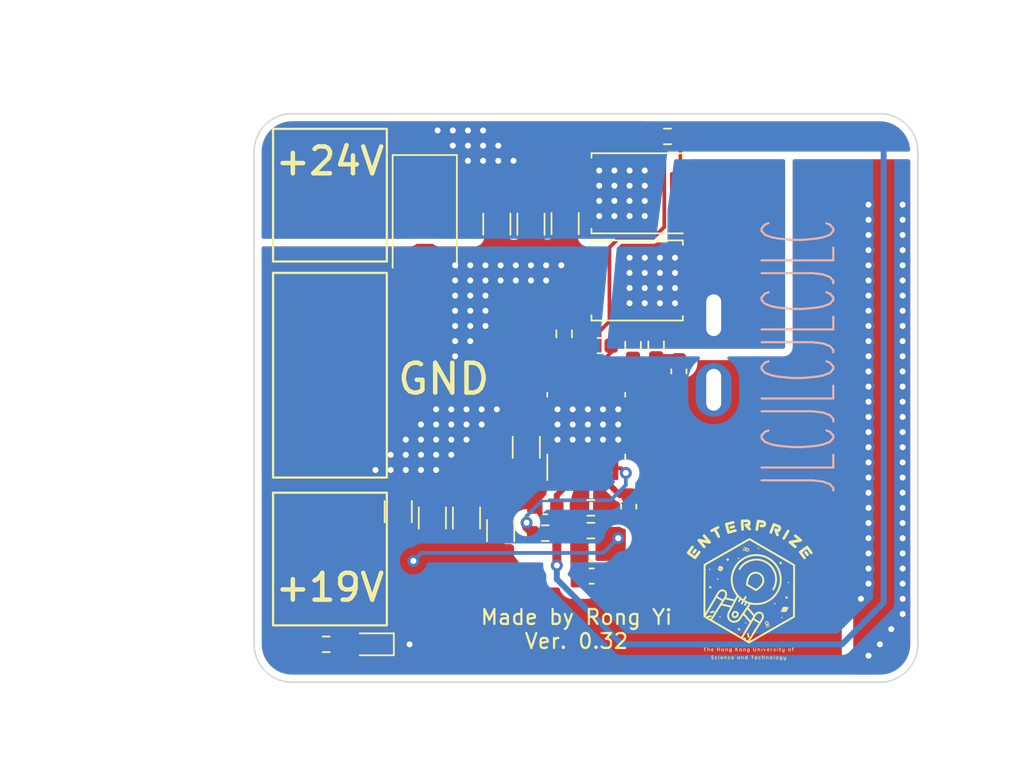
<source format=kicad_pcb>
(kicad_pcb (version 20211014) (generator pcbnew)
  (layers (0 "F.Cu" signal) (31 "B.Cu" signal) (34 "B.Paste" user) (35 "F.Paste" user) (36 "B.SilkS" user "B.Silkscreen") (37 "F.SilkS" user "F.Silkscreen") (38 "B.Mask" user) (39 "F.Mask" user) (44 "Edge.Cuts" user))
  (net 0 "")
  (net 1 "Net-(C2-Pad2)")
  (net 2 "GND")
  (net 3 "Net-(C3-Pad2)")
  (net 4 "/SW")
  (net 5 "+24V")
  (net 6 "/VOUT")
  (net 7 "/HO")
  (net 8 "BST")
  (net 9 "/LO")
  (net 10 "Net-(D3-Pad2)")
  (net 11 "FB")
  (net 12 "Net-(C7-Pad2)")
  (net 13 "Net-(R1-Pad1)")
  (net 14 "ILIM")
  (net 16 "Net-(Q1-Pad4)")
  (net 17 "Net-(Q2-Pad4)")
  (footprint "" (layer "F.Cu") (at 114.808 92.71)
    (fp_text reference "" (at 0 0) (layer "F.SilkS") (effects (font (size 1.27 1.27))))
    (fp_text value "" (at 0 0) (layer "F.SilkS") (effects (font (size 1.27 1.27))))
    (pad "2" smd oval (at 0 0 90) (size 4 6) (layers "F.Cu" "F.Paste" "F.Mask") (net 2 "GND"))
  )
  (footprint "" (layer "F.Cu") (at 114.808 78.232)
    (fp_text reference "" (at 0 0) (layer "F.SilkS") (effects (font (size 1.27 1.27))))
    (fp_text value "" (at 0 0) (layer "F.SilkS") (effects (font (size 1.27 1.27))))
    (pad "1" smd oval (at 0 0 90) (size 4 6) (layers "F.Cu" "F.Paste" "F.Mask") (net 5 "+24V"))
  )
  (footprint "Resistor_SMD:R_0603_1608Metric" (layer "F.Cu") (at 132.2832 99.822)
    (fp_text reference "R7" hide)
    (fp_text value "309k")
    (pad "1" smd roundrect (at -0.825 0) (size 0.8 0.95) (layers "F.Cu" "F.Paste" "F.Mask") (net 11 "FB"))
    (pad "2" smd roundrect (at 0.825 0) (size 0.8 0.95) (layers "F.Cu" "F.Paste" "F.Mask") (net 6 "/VOUT"))
  )
  (footprint "Capacitor_SMD:C_1206_3216Metric" (layer "F.Cu") (at 123.952 98.977 -90)
    (fp_text reference "C12" hide)
    (fp_text value "10u")
    (pad "1" smd roundrect (at -1.475 0 270) (size 1.15 1.8) (layers "F.Cu" "F.Paste" "F.Mask") (roundrect_rratio 0.2173913043) (net 2 "GND"))
    (pad "2" smd roundrect (at 1.475 0 270) (size 1.15 1.8) (layers "F.Cu" "F.Paste" "F.Mask") (roundrect_rratio 0.2173913043) (net 6 "/VOUT"))
  )
  (footprint "" (layer "F.Cu") (at 114.808 85.852)
    (fp_text reference "" (at 0 0) (layer "F.SilkS") (effects (font (size 1.27 1.27))))
    (fp_text value "" (at 0 0) (layer "F.SilkS") (effects (font (size 1.27 1.27))))
    (pad "2" smd oval (at 0 0 90) (size 4 6) (layers "F.Cu" "F.Paste" "F.Mask") (net 2 "GND"))
  )
  (footprint "LOGO" (layer "F.Cu") (at 142.748 103.632)
    (fp_text reference "G***" hide)
    (fp_text value "LOGO" hide)
  )
  (footprint "Capacitor_SMD:C_0603_1608Metric" (layer "F.Cu") (at 138.176 89.154 -90)
    (fp_text reference "C8" hide)
    (fp_text value "390pf")
    (pad "1" smd roundrect (at -0.775 0 270) (size 0.9 0.95) (layers "F.Cu" "F.Paste" "F.Mask") (net 12 "Net-(C7-Pad2)"))
    (pad "2" smd roundrect (at 0.775 0 270) (size 0.9 0.95) (layers "F.Cu" "F.Paste" "F.Mask") (net 6 "/VOUT"))
  )
  (footprint "Package_TO_SOT_SMD:TDSON-8-1" (layer "F.Cu") (at 135.382 77.216 180)
    (fp_text reference "Q1" hide)
    (fp_text value "BSC070N10NS5")
    (pad "1" smd rect (at -2.9 -1.905 180) (size 0.85 0.5) (layers "F.Cu" "F.Paste" "F.Mask") (net 4 "/SW"))
    (pad "2" smd rect (at -2.9 -0.635 180) (size 0.85 0.5) (layers "F.Cu" "F.Paste" "F.Mask") (net 4 "/SW"))
    (pad "3" smd rect (at -2.9 0.635 180) (size 0.85 0.5) (layers "F.Cu" "F.Paste" "F.Mask") (net 4 "/SW"))
    (pad "4" smd rect (at -2.9 1.905 180) (size 0.85 0.5) (layers "F.Cu" "F.Paste" "F.Mask") (net 16 "Net-(Q1-Pad4)"))
    (pad "5" smd rect (at 1.05 0 180) (size 4.55 4.41) (layers "F.Cu") (net 5 "+24V"))
  )
  (footprint "Capacitor_SMD:C_1206_3216Metric" (layer "F.Cu") (at 126.238 99.822 -90)
    (fp_text reference "C9" hide)
    (fp_text value "100u")
    (pad "1" smd roundrect (at -1.475 0 270) (size 1.15 1.8) (layers "F.Cu" "F.Paste" "F.Mask") (roundrect_rratio 0.2173913043) (net 2 "GND"))
    (pad "2" smd roundrect (at 1.475 0 270) (size 1.15 1.8) (layers "F.Cu" "F.Paste" "F.Mask") (roundrect_rratio 0.2173913043) (net 6 "/VOUT"))
  )
  (footprint "LED_SMD:LED_0603_1608Metric" (layer "F.Cu") (at 117.602 107.442 180)
    (fp_text reference "D3" hide)
    (fp_text value "LED")
    (pad "1" smd roundrect (at -0.7875 0 180) (size 0.875 0.95) (layers "F.Cu" "F.Paste" "F.Mask") (net 2 "GND"))
    (pad "2" smd roundrect (at 0.7875 0 180) (size 0.875 0.95) (layers "F.Cu" "F.Paste" "F.Mask") (net 10 "Net-(D3-Pad2)"))
  )
  (footprint "Resistor_SMD:R_0603_1608Metric" (layer "F.Cu") (at 136.652 87.376 -90)
    (fp_text reference "R5" hide)
    (fp_text value "8.06M")
    (pad "1" smd roundrect (at -0.825 0 270) (size 0.8 0.95) (layers "F.Cu" "F.Paste" "F.Mask") (net 4 "/SW"))
    (pad "2" smd roundrect (at 0.825 0 270) (size 0.8 0.95) (layers "F.Cu" "F.Paste" "F.Mask") (net 12 "Net-(C7-Pad2)"))
  )
  (footprint "Resistor_SMD:R_0603_1608Metric" (layer "F.Cu") (at 114.554 107.442)
    (fp_text reference "R9" hide)
    (fp_text value "300k")
    (pad "1" smd roundrect (at -0.825 0) (size 0.8 0.95) (layers "F.Cu" "F.Paste" "F.Mask") (net 6 "/VOUT"))
    (pad "2" smd roundrect (at 0.825 0) (size 0.8 0.95) (layers "F.Cu" "F.Paste" "F.Mask") (net 10 "Net-(D3-Pad2)"))
  )
  (footprint "Capacitor_SMD:C_1206_3216Metric_Pad1.33x1.80mm_HandSolder" (layer "F.Cu") (at 127.958 94.234 -90)
    (fp_text reference "C3" hide)
    (fp_text value "2.2u")
    (pad "1" smd roundrect (at -1.5625 0 270) (size 1.325 1.8) (layers "F.Cu" "F.Paste" "F.Mask") (roundrect_rratio 0.1886792453) (net 2 "GND"))
    (pad "2" smd roundrect (at 1.5625 0 270) (size 1.325 1.8) (layers "F.Cu" "F.Paste" "F.Mask") (roundrect_rratio 0.1886792453) (net 3 "Net-(C3-Pad2)"))
  )
  (footprint "Capacitor_SMD:C_0603_1608Metric" (layer "F.Cu") (at 132.334 102.87)
    (fp_text reference "C7" hide)
    (fp_text value "3.9nf")
    (pad "1" smd roundrect (at -0.775 0) (size 0.9 0.95) (layers "F.Cu" "F.Paste" "F.Mask") (net 11 "FB"))
    (pad "2" smd roundrect (at 0.775 0) (size 0.9 0.95) (layers "F.Cu" "F.Paste" "F.Mask") (net 12 "Net-(C7-Pad2)"))
  )
  (footprint "Resistor_SMD:R_0603_1608Metric" (layer "F.Cu") (at 129.228 99.993)
    (fp_text reference "R1" hide)
    (fp_text value "909k")
    (pad "1" smd roundrect (at -0.825 0) (size 0.8 0.95) (layers "F.Cu" "F.Paste" "F.Mask") (net 13 "Net-(R1-Pad1)"))
    (pad "2" smd roundrect (at 0.825 0) (size 0.8 0.95) (layers "F.Cu" "F.Paste" "F.Mask") (net 5 "+24V"))
  )
  (footprint "" (layer "F.Cu") (at 114.808 99.822)
    (fp_text reference "" (at 0 0) (layer "F.SilkS") (effects (font (size 1.27 1.27))))
    (fp_text value "" (at 0 0) (layer "F.SilkS") (effects (font (size 1.27 1.27))))
    (pad "1" smd oval (at 0 0 90) (size 4 6) (layers "F.Cu" "F.Paste" "F.Mask") (net 6 "/VOUT"))
  )
  (footprint "Resistor_SMD:R_0603_1608Metric" (layer "F.Cu") (at 135.106 87.403 90)
    (fp_text reference "R2" hide)
    (fp_text value "2.1k")
    (pad "1" smd roundrect (at -0.825 0 90) (size 0.8 0.95) (layers "F.Cu" "F.Paste" "F.Mask") (net 14 "ILIM"))
    (pad "2" smd roundrect (at 0.825 0 90) (size 0.8 0.95) (layers "F.Cu" "F.Paste" "F.Mask") (net 4 "/SW"))
  )
  (footprint "Capacitor_SMD:C_1206_3216Metric_Pad1.33x1.80mm_HandSolder" (layer "F.Cu") (at 125.984 79.2865 -90)
    (fp_text reference "C6" hide)
    (fp_text value "22u")
    (pad "1" smd roundrect (at -1.5625 0 270) (size 1.325 1.8) (layers "F.Cu" "F.Paste" "F.Mask") (roundrect_rratio 0.1886792453) (net 5 "+24V"))
    (pad "2" smd roundrect (at 1.5625 0 270) (size 1.325 1.8) (layers "F.Cu" "F.Paste" "F.Mask") (roundrect_rratio 0.1886792453) (net 2 "GND"))
  )
  (footprint "Resistor_SMD:R_0603_1608Metric" (layer "F.Cu") (at 137.414 73.406)
    (fp_text reference "R4" hide)
    (fp_text value "4.7r")
    (pad "1" smd roundrect (at -0.825 0) (size 0.8 0.95) (layers "F.Cu" "F.Paste" "F.Mask") (net 7 "/HO"))
    (pad "2" smd roundrect (at 0.825 0) (size 0.8 0.95) (layers "F.Cu" "F.Paste" "F.Mask") (net 16 "Net-(Q1-Pad4)"))
  )
  (footprint "Capacitor_SMD:C_1206_3216Metric" (layer "F.Cu") (at 121.666 98.977 -90)
    (fp_text reference "C11" hide)
    (fp_text value "10u")
    (pad "1" smd roundrect (at -1.475 0 270) (size 1.15 1.8) (layers "F.Cu" "F.Paste" "F.Mask") (roundrect_rratio 0.2173913043) (net 2 "GND"))
    (pad "2" smd roundrect (at 1.475 0 270) (size 1.15 1.8) (layers "F.Cu" "F.Paste" "F.Mask") (roundrect_rratio 0.2173913043) (net 6 "/VOUT"))
  )
  (footprint "Capacitor_SMD:C_1206_3216Metric_Pad1.33x1.80mm_HandSolder" (layer "F.Cu") (at 130.556 79.248 -90)
    (fp_text reference "C13" hide)
    (fp_text value "22u")
    (pad "1" smd roundrect (at -1.5625 0 270) (size 1.325 1.8) (layers "F.Cu" "F.Paste" "F.Mask") (roundrect_rratio 0.1886792453) (net 5 "+24V"))
    (pad "2" smd roundrect (at 1.5625 0 270) (size 1.325 1.8) (layers "F.Cu" "F.Paste" "F.Mask") (roundrect_rratio 0.1886792453) (net 2 "GND"))
  )
  (footprint "Resistor_SMD:R_0603_1608Metric" (layer "F.Cu") (at 132.276 98.298 180)
    (fp_text reference "R8" hide)
    (fp_text value "10k")
    (pad "1" smd roundrect (at -0.825 0 180) (size 0.8 0.95) (layers "F.Cu" "F.Paste" "F.Mask") (net 2 "GND"))
    (pad "2" smd roundrect (at 0.825 0 180) (size 0.8 0.95) (layers "F.Cu" "F.Paste" "F.Mask") (net 11 "FB"))
  )
  (footprint "Capacitor_SMD:C_1206_3216Metric" (layer "F.Cu") (at 119.38 98.552 -90)
    (fp_text reference "C10" hide)
    (fp_text value "100u")
    (pad "1" smd roundrect (at -1.475 0 270) (size 1.15 1.8) (layers "F.Cu" "F.Paste" "F.Mask") (roundrect_rratio 0.2173913043) (net 2 "GND"))
    (pad "2" smd roundrect (at 1.475 0 270) (size 1.15 1.8) (layers "F.Cu" "F.Paste" "F.Mask") (roundrect_rratio 0.2173913043) (net 6 "/VOUT"))
  )
  (footprint "Package_SO:HTSSOP-14-1EP_4.4x5mm_P0.65mm_EP3.4x5mm_Mask3x3.1mm" (layer "F.Cu") (at 131.973 92.783 90)
    (fp_text reference "U1" hide)
    (fp_text value "LM3150MH")
    (pad "1" smd roundrect (at -2.8625 -1.95 90) (size 1.575 0.4) (layers "F.Cu" "F.Paste" "F.Mask") (net 3 "Net-(C3-Pad2)"))
    (pad "2" smd roundrect (at -2.8625 -1.3 90) (size 1.575 0.4) (layers "F.Cu" "F.Paste" "F.Mask") (net 5 "+24V"))
    (pad "3" smd roundrect (at -2.8625 -0.65 90) (size 1.575 0.4) (layers "F.Cu" "F.Paste" "F.Mask"))
    (pad "4" smd roundrect (at -2.8625 0 90) (size 1.575 0.4) (layers "F.Cu" "F.Paste" "F.Mask") (net 11 "FB"))
    (pad "5" smd roundrect (at -2.8625 0.65 90) (size 1.575 0.4) (layers "F.Cu" "F.Paste" "F.Mask") (net 2 "GND"))
    (pad "6" smd roundrect (at -2.8625 1.3 90) (size 1.575 0.4) (layers "F.Cu" "F.Paste" "F.Mask") (net 1 "Net-(C2-Pad2)"))
    (pad "7" smd roundrect (at -2.8625 1.95 90) (size 1.575 0.4) (layers "F.Cu" "F.Paste" "F.Mask") (net 13 "Net-(R1-Pad1)"))
    (pad "8" smd roundrect (at 2.8625 1.95 90) (size 1.575 0.4) (layers "F.Cu" "F.Paste" "F.Mask") (net 14 "ILIM"))
    (pad "9" smd roundrect (at 2.8625 1.3 90) (size 1.575 0.4) (layers "F.Cu" "F.Paste" "F.Mask") (net 2 "GND"))
    (pad "10" smd roundrect (at 2.8625 0.65 90) (size 1.575 0.4) (layers "F.Cu" "F.Paste" "F.Mask") (net 4 "/SW"))
    (pad "11" smd roundrect (at 2.8625 0 90) (size 1.575 0.4) (layers "F.Cu" "F.Paste" "F.Mask") (net 7 "/HO"))
    (pad "12" smd roundrect (at 2.8625 -0.65 90) (size 1.575 0.4) (layers "F.Cu" "F.Paste" "F.Mask") (net 8 "BST"))
    (pad "13" smd roundrect (at 2.8625 -1.3 90) (size 1.575 0.4) (layers "F.Cu" "F.Paste" "F.Mask") (net 9 "/LO"))
    (pad "14" smd roundrect (at 2.8625 -1.95 90) (size 1.575 0.4) (layers "F.Cu" "F.Paste" "F.Mask") (net 2 "GND"))
    (pad "15" smd rect (at 0 0 90) (size 3.4 5) (layers "F.Cu") (net 2 "GND"))
  )
  (footprint "Diode_SMD:D_SMA-SMB_Universal_Handsoldering" (layer "F.Cu") (at 121.158 79.502 -90)
    (fp_text reference "D2" hide)
    (fp_text value "SM6T30A")
    (pad "1" smd trapezoid (at -2.9 0 270) (size 3.6 1.7) (rect_delta 0.6 0) (layers "F.Cu" "F.Paste" "F.Mask") (net 5 "+24V"))
    (pad "2" smd trapezoid (at 2.9 0 90) (size 3.6 1.7) (rect_delta 0.6 0) (layers "F.Cu" "F.Paste" "F.Mask") (net 2 "GND"))
  )
  (footprint "Capacitor_SMD:C_0603_1608Metric" (layer "F.Cu") (at 132.2832 101.346)
    (fp_text reference "C14" hide)
    (fp_text value "DNF")
    (pad "1" smd roundrect (at -0.775 0) (size 0.9 0.95) (layers "F.Cu" "F.Paste" "F.Mask") (net 11 "FB"))
    (pad "2" smd roundrect (at 0.775 0) (size 0.9 0.95) (layers "F.Cu" "F.Paste" "F.Mask") (net 6 "/VOUT"))
  )
  (footprint "Capacitor_SMD:C_1206_3216Metric_Pad1.33x1.80mm_HandSolder" (layer "F.Cu") (at 128.27 79.2865 -90)
    (fp_text reference "C4" hide)
    (fp_text value "22u")
    (pad "1" smd roundrect (at -1.5625 0 270) (size 1.325 1.8) (layers "F.Cu" "F.Paste" "F.Mask") (roundrect_rratio 0.1886792453) (net 5 "+24V"))
    (pad "2" smd roundrect (at 1.5625 0 270) (size 1.325 1.8) (layers "F.Cu" "F.Paste" "F.Mask") (roundrect_rratio 0.1886792453) (net 2 "GND"))
  )
  (footprint "Package_TO_SOT_SMD:TDSON-8-1" (layer "F.Cu") (at 135.382 83.058)
    (fp_text reference "Q2" hide)
    (fp_text value "BSC070N10NS5")
    (pad "1" smd rect (at -2.9 -1.905) (size 0.85 0.5) (layers "F.Cu" "F.Paste" "F.Mask") (net 2 "GND"))
    (pad "2" smd rect (at -2.9 -0.635) (size 0.85 0.5) (layers "F.Cu" "F.Paste" "F.Mask") (net 2 "GND"))
    (pad "3" smd rect (at -2.9 0.635) (size 0.85 0.5) (layers "F.Cu" "F.Paste" "F.Mask") (net 2 "GND"))
    (pad "4" smd rect (at -2.9 1.905) (size 0.85 0.5) (layers "F.Cu" "F.Paste" "F.Mask") (net 17 "Net-(Q2-Pad4)"))
    (pad "5" smd rect (at 1.05 0) (size 4.55 4.41) (layers "F.Cu") (net 4 "/SW"))
  )
  (footprint "Capacitor_SMD:C_0603_1608Metric" (layer "F.Cu") (at 129.228 98.215 180)
    (fp_text reference "C1" hide)
    (fp_text value "100n")
    (pad "1" smd roundrect (at -0.775 0 180) (size 0.9 0.95) (layers "F.Cu" "F.Paste" "F.Mask") (net 5 "+24V"))
    (pad "2" smd roundrect (at 0.775 0 180) (size 0.9 0.95) (layers "F.Cu" "F.Paste" "F.Mask") (net 2 "GND"))
  )
  (footprint "Capacitor_SMD:C_0603_1608Metric" (layer "F.Cu") (at 132.8674 87.4268 180)
    (fp_text reference "C5" hide)
    (fp_text value "470n")
    (pad "1" smd roundrect (at -0.775 0 180) (size 0.9 0.95) (layers "F.Cu" "F.Paste" "F.Mask") (net 4 "/SW"))
    (pad "2" smd roundrect (at 0.775 0 180) (size 0.9 0.95) (layers "F.Cu" "F.Paste" "F.Mask") (net 8 "BST"))
  )
  (footprint "Capacitor_SMD:C_0603_1608Metric" (layer "F.Cu") (at 134.816 98.215 90)
    (fp_text reference "C2" hide)
    (fp_text value "15n")
    (pad "1" smd roundrect (at -0.775 0 90) (size 0.9 0.95) (layers "F.Cu" "F.Paste" "F.Mask") (net 2 "GND"))
    (pad "2" smd roundrect (at 0.775 0 90) (size 0.9 0.95) (layers "F.Cu" "F.Paste" "F.Mask") (net 1 "Net-(C2-Pad2)"))
  )
  (footprint "Resistor_SMD:R_0603_1608Metric" (layer "F.Cu") (at 130.491883 86.638365 90)
    (fp_text reference "R3" hide)
    (fp_text value "4.7r")
    (pad "1" smd roundrect (at -0.825 0 90) (size 0.8 0.95) (layers "F.Cu" "F.Paste" "F.Mask") (net 9 "/LO"))
    (pad "2" smd roundrect (at 0.825 0 90) (size 0.8 0.95) (layers "F.Cu" "F.Paste" "F.Mask") (net 17 "Net-(Q2-Pad4)"))
  )
  (footprint "LOGO" (layer "B.Cu") (at 142.748 103.632 180)
    (fp_text reference "G***" hide)
    (fp_text value "LOGO" hide)
  )
  (footprint "0_RM2023:Inductor_RM6" (layer "B.Cu") (at 146.558 87.884 90)
    (fp_text reference "L1" hide)
    (fp_text value "10uh")
    (pad "1" thru_hole oval (at -2.5 -6.05 90) (size 3.6 2.4) (drill oval 2.8 1) (layers *.Cu *.Mask) (net 6 "/VOUT"))
    (pad "2" thru_hole oval (at 2.5 -6.05 90) (size 3.6 2.4) (drill oval 2.8 1) (layers *.Cu *.Mask) (net 4 "/SW"))
  )
  (gr_rect (start 110.998 97.282) (end 118.618 106.172) (layer "F.SilkS") (width 0.15) (fill none))
  (gr_rect (start 110.998 81.788) (end 118.618 72.898) (layer "F.SilkS") (width 0.15) (fill none))
  (gr_rect (start 110.998 82.55) (end 118.618 96.266) (layer "F.SilkS") (width 0.15) (fill none))
  (gr_arc (start 154.178 107.442) (mid 153.434051 109.238051) (end 151.638 109.982) (layer "Edge.Cuts") (width 0.1))
  (gr_line (start 109.728 107.442) (end 109.728 74.422) (layer "Edge.Cuts") (width 0.1))
  (gr_arc (start 151.638 71.882) (mid 153.434051 72.625949) (end 154.178 74.422) (layer "Edge.Cuts") (width 0.1))
  (gr_arc (start 112.268 109.982) (mid 110.471949 109.238051) (end 109.728 107.442) (layer "Edge.Cuts") (width 0.1))
  (gr_line (start 112.268 71.882) (end 151.638 71.882) (layer "Edge.Cuts") (width 0.1))
  (gr_line (start 151.638 109.982) (end 112.268 109.982) (layer "Edge.Cuts") (width 0.1))
  (gr_arc (start 109.728 74.422) (mid 110.471949 72.625949) (end 112.268 71.882) (layer "Edge.Cuts") (width 0.1))
  (gr_line (start 154.178 74.422) (end 154.178 107.442) (layer "Edge.Cuts") (width 0.1))
  (gr_text "JLCJLCJLCJLC" (at 146.304 88.138 90) (layer "B.SilkS") (effects (font (size 4.8 1.8))))
  (gr_text "+24V" (at 114.808 75.057) (layer "F.SilkS") (effects (font (size 1.8 1.8) (thickness 0.3))))
  (gr_text "+19V" (at 114.808 103.632) (layer "F.SilkS") (effects (font (size 1.8 1.8) (thickness 0.3))))
  (gr_text "GND" (at 122.428 89.662) (layer "F.SilkS") (effects (font (size 2 2) (thickness 0.3))))
  (gr_text "Made by Rong Yi\nVer. 0.32" (at 131.318 106.426) (layer "F.SilkS") (effects (font (size 1 1))))
  (segment (start 133.273 96.490107) (end 133.273 95.6455) (width 0.4) (layer "F.Cu") (net 1))
  (segment (start 134.222893 97.44) (end 133.273 96.490107) (width 0.4) (layer "F.Cu") (net 1))
  (segment (start 134.816 97.44) (end 134.222893 97.44) (width 0.4) (layer "F.Cu") (net 1))
  (segment (start 132.623 95.6455) (end 132.623 93.433) (width 0.25) (layer "F.Cu") (net 2))
  (segment (start 130.023 90.833) (end 131.973 92.783) (width 0.2032) (layer "F.Cu") (net 2))
  (segment (start 133.273 89.9205) (end 133.273 91.483) (width 0.25) (layer "F.Cu") (net 2))
  (segment (start 130.023 89.9205) (end 130.023 90.833) (width 0.2032) (layer "F.Cu") (net 2))
  (via (at 150.876 96.266) (size 0.8) (drill 0.4) (layers "F.Cu" "B.Cu") (net 2))
  (via (at 120.904 95.758) (size 0.8) (drill 0.4) (layers "F.Cu" "B.Cu") (net 2))
  (via (at 120.904 92.71) (size 0.8) (drill 0.4) (layers "F.Cu" "B.Cu") (net 2))
  (via (at 121.92 91.694) (size 0.8) (drill 0.4) (layers "F.Cu" "B.Cu") (net 2))
  (via (at 123.19 86.106) (size 0.8) (drill 0.4) (layers "F.Cu" "B.Cu") (net 2))
  (via (at 152.4 106.426) (size 0.8) (drill 0.4) (layers "F.Cu" "B.Cu") (net 2))
  (via (at 134.112 93.726) (size 0.8) (drill 0.4) (layers "F.Cu" "B.Cu") (net 2))
  (via (at 123.19 84.074) (size 0.8) (drill 0.4) (layers "F.Cu" "B.Cu") (net 2))
  (via (at 153.162 104.394) (size 0.8) (drill 0.4) (layers "F.Cu" "B.Cu") (net 2))
  (via (at 153.162 90.17) (size 0.8) (drill 0.4) (layers "F.Cu" "B.Cu") (net 2))
  (via (at 122.936 93.726) (size 0.8) (drill 0.4) (layers "F.Cu" "B.Cu") (net 2))
  (via (at 127.254 82.042) (size 0.8) (drill 0.4) (layers "F.Cu" "B.Cu") (net 2))
  (via (at 134.112 92.71) (size 0.8) (drill 0.4) (layers "F.Cu" "B.Cu") (net 2))
  (via (at 130.048 93.726) (size 0.8) (drill 0.4) (layers "F.Cu" "B.Cu") (net 2))
  (via (at 123.19 88.138) (size 0.8) (drill 0.4) (layers "F.Cu" "B.Cu") (net 2))
  (via (at 125.222 85.09) (size 0.8) (drill 0.4) (layers "F.Cu" "B.Cu") (net 2))
  (via (at 153.162 92.202) (size 0.8) (drill 0.4) (layers "F.Cu" "B.Cu") (net 2))
  (via (at 153.162 77.978) (size 0.8) (drill 0.4) (layers "F.Cu" "B.Cu") (net 2))
  (via (at 150.876 91.186) (size 0.8) (drill 0.4) (layers "F.Cu" "B.Cu") (net 2))
  (via (at 124.968 91.694) (size 0.8) (drill 0.4) (layers "F.Cu" "B.Cu") (net 2))
  (via (at 151.638 107.442) (size 0.8) (drill 0.4) (layers "F.Cu" "B.Cu") (net 2))
  (via (at 133.096 93.726) (size 0.8) (drill 0.4) (layers "F.Cu" "B.Cu") (net 2))
  (via (at 123.19 87.122) (size 0.8) (drill 0.4) (layers "F.Cu" "B.Cu") (net 2))
  (via (at 153.162 105.41) (size 0.8) (drill 0.4) (layers "F.Cu" "B.Cu") (net 2))
  (via (at 150.876 88.138) (size 0.8) (drill 0.4) (layers "F.Cu" "B.Cu") (net 2))
  (via (at 150.876 77.978) (size 0.8) (drill 0.4) (layers "F.Cu" "B.Cu") (net 2))
  (via (at 120.142 107.442) (size 0.8) (drill 0.4) (layers "F.Cu" "B.Cu") (net 2))
  (via (at 121.92 94.742) (size 0.8) (drill 0.4) (layers "F.Cu" "B.Cu") (net 2))
  (via (at 123.952 92.71) (size 0.8) (drill 0.4) (layers "F.Cu" "B.Cu") (net 2))
  (via (at 122.936 92.71) (size 0.8) (drill 0.4) (layers "F.Cu" "B.Cu") (net 2))
  (via (at 123.952 91.694) (size 0.8) (drill 0.4) (layers "F.Cu" "B.Cu") (net 2))
  (via (at 122.936 94.742) (size 0.8) (drill 0.4) (layers "F.Cu" "B.Cu") (net 2))
  (via (at 153.162 97.282) (size 0.8) (drill 0.4) (layers "F.Cu" "B.Cu") (net 2))
  (via (at 121.92 92.71) (size 0.8) (drill 0.4) (layers "F.Cu" "B.Cu") (net 2))
  (via (at 150.876 103.378) (size 0.8) (drill 0.4) (layers "F.Cu" "B.Cu") (net 2))
  (via (at 123.19 85.09) (size 0.8) (drill 0.4) (layers "F.Cu" "B.Cu") (net 2))
  (via (at 127.254 83.058) (size 0.8) (drill 0.4) (layers "F.Cu" "B.Cu") (net 2))
  (via (at 153.162 82.042) (size 0.8) (drill 0.4) (layers "F.Cu" "B.Cu") (net 2))
  (via (at 153.162 101.346) (size 0.8) (drill 0.4) (layers "F.Cu" "B.Cu") (net 2))
  (via (at 122.936 91.694) (size 0.8) (drill 0.4) (layers "F.Cu" "B.Cu") (net 2))
  (via (at 153.162 103.378) (size 0.8) (drill 0.4) (layers "F.Cu" "B.Cu") (net 2))
  (via (at 133.096 92.71) (size 0.8) (drill 0.4) (layers "F.Cu" "B.Cu") (net 2))
  (via (at 123.19 82.042) (size 0.8) (drill 0.4) (layers "F.Cu" "B.Cu") (net 2))
  (via (at 150.876 100.33) (size 0.8) (drill 0.4) (layers "F.Cu" "B.Cu") (net 2))
  (via (at 150.876 84.074) (size 0.8) (drill 0.4) (layers "F.Cu" "B.Cu") (net 2))
  (via (at 153.162 78.994) (size 0.8) (drill 0.4) (layers "F.Cu" "B.Cu") (net 2))
  (via (at 150.876 87.122) (size 0.8) (drill 0.4) (layers "F.Cu" "B.Cu") (net 2))
  (via (at 153.162 95.25) (size 0.8) (drill 0.4) (layers "F.Cu" "B.Cu") (net 2))
  (via (at 124.206 83.058) (size 0.8) (drill 0.4) (layers "F.Cu" "B.Cu") (net 2))
  (via (at 150.876 99.314) (size 0.8) (drill 0.4) (layers "F.Cu" "B.Cu") (net 2))
  (via (at 153.162 96.266) (size 0.8) (drill 0.4) (layers "F.Cu" "B.Cu") (net 2))
  (via (at 150.876 86.106) (size 0.8) (drill 0.4) (layers "F.Cu" "B.Cu") (net 2))
  (via (at 124.206 87.122) (size 0.8) (drill 0.4) (layers "F.Cu" "B.Cu") (net 2))
  (via (at 133.096 91.694) (size 0.8) (drill 0.4) (layers "F.Cu" "B.Cu") (net 2))
  (via (at 128.27 82.042) (size 0.8) (drill 0.4) (layers "F.Cu" "B.Cu") (net 2))
  (via (at 150.876 82.042) (size 0.8) (drill 0.4) (layers "F.Cu" "B.Cu") (net 2))
  (via (at 118.872 94.742) (size 0.8) (drill 0.4) (layers "F.Cu" "B.Cu") (net 2))
  (via (at 150.876 90.17) (size 0.8) (drill 0.4) (layers "F.Cu" "B.Cu") (net 2))
  (via (at 121.92 95.758) (size 0.8) (drill 0.4) (layers "F.Cu" "B.Cu") (net 2))
  (via (at 130.302 82.042) (size 0.8) (drill 0.4) (layers "F.Cu" "B.Cu") (net 2))
  (via (at 125.222 84.074) (size 0.8) (drill 0.4) (layers "F.Cu" "B.Cu") (net 2))
  (via (at 150.876 101.346) (size 0.8) (drill 0.4) (layers "F.Cu" "B.Cu") (net 2))
  (via (at 129.286 82.042) (size 0.8) (drill 0.4) (layers "F.Cu" "B.Cu") (net 2))
  (via (at 121.92 93.726) (size 0.8) (drill 0.4) (layers "F.Cu" "B.Cu") (net 2))
  (via (at 117.856 95.758) (size 0.8) (drill 0.4) (layers "F.Cu" "B.Cu") (net 2))
  (via (at 123.952 93.726) (size 0.8) (drill 0.4) (layers "F.Cu" "B.Cu") (net 2))
  (via (at 150.876 102.362) (size 0.8) (drill 0.4) (layers "F.Cu" "B.Cu") (net 2))
  (via (at 123.19 83.058) (size 0.8) (drill 0.4) (layers "F.Cu" "B.Cu") (net 2))
  (via (at 150.876 108.204) (size 0.8) (drill 0.4) (layers "F.Cu" "B.Cu") (net 2))
  (via (at 153.162 94.234) (size 0.8) (drill 0.4) (layers "F.Cu" "B.Cu") (net 2))
  (via (at 150.876 95.25) (size 0.8) (drill 0.4) (layers "F.Cu" "B.Cu") (net 2))
  (via (at 150.876 98.298) (size 0.8) (drill 0.4) (layers "F.Cu" "B.Cu") (net 2))
  (via (at 119.888 94.742) (size 0.8) (drill 0.4) (layers "F.Cu" "B.Cu") (net 2))
  (via (at 125.222 83.058) (size 0.8) (drill 0.4) (layers "F.Cu" "B.Cu") (net 2))
  (via (at 150.876 85.09) (size 0.8) (drill 0.4) (layers "F.Cu" "B.Cu") (net 2))
  (via (at 120.904 94.742) (size 0.8) (drill 0.4) (layers "F.Cu" "B.Cu") (net 2))
  (via (at 153.162 88.138) (size 0.8) (drill 0.4) (layers "F.Cu" "B.Cu") (net 2))
  (via (at 150.876 93.218) (size 0.8) (drill 0.4) (layers "F.Cu" "B.Cu") (net 2))
  (via (at 119.888 93.726) (size 0.8) (drill 0.4) (layers "F.Cu" "B.Cu") (net 2))
  (via (at 124.206 85.09) (size 0.8) (drill 0.4) (layers "F.Cu" "B.Cu") (net 2))
  (via (at 131.064 93.726) (size 0.8) (drill 0.4) (layers "F.Cu" "B.Cu") (net 2))
  (via (at 150.876 83.058) (size 0.8) (drill 0.4) (layers "F.Cu" "B.Cu") (net 2))
  (via (at 150.368 104.394) (size 0.8) (drill 0.4) (layers "F.Cu" "B.Cu") (net 2))
  (via (at 153.162 100.33) (size 0.8) (drill 0.4) (layers "F.Cu" "B.Cu") (net 2))
  (via (at 150.876 80.01) (size 0.8) (drill 0.4) (layers "F.Cu" "B.Cu") (net 2))
  (via (at 130.048 91.694) (size 0.8) (drill 0.4) (layers "F.Cu" "B.Cu") (net 2))
  (via (at 153.162 91.186) (size 0.8) (drill 0.4) (layers "F.Cu" "B.Cu") (net 2))
  (via (at 120.904 93.726) (size 0.8) (drill 0.4) (layers "F.Cu" "B.Cu") (net 2))
  (via (at 124.206 86.106) (size 0.8) (drill 0.4) (layers "F.Cu" "B.Cu") (net 2))
  (via (at 153.162 99.314) (size 0.8) (drill 0.4) (layers "F.Cu" "B.Cu") (net 2))
  (via (at 119.888 95.758) (size 0.8) (drill 0.4) (layers "F.Cu" "B.Cu") (net 2))
  (via (at 132.08 92.71) (size 0.8) (drill 0.4) (layers "F.Cu" "B.Cu") (net 2))
  (via (at 129.286 83.058) (size 0.8) (drill 0.4) (layers "F.Cu" "B.Cu") (net 2))
  (via (at 153.162 84.074) (size 0.8) (drill 0.4) (layers "F.Cu" "B.Cu") (net 2))
  (via (at 153.162 83.058) (size 0.8) (drill 0.4) (layers "F.Cu" "B.Cu") (net 2))
  (via (at 132.08 93.726) (size 0.8) (drill 0.4) (layers "F.Cu" "B.Cu") (net 2))
  (via (at 150.876 89.154) (size 0.8) (drill 0.4) (layers "F.Cu" "B.Cu") (net 2))
  (via (at 153.162 93.218) (size 0.8) (drill 0.4) (layers "F.Cu" "B.Cu") (net 2))
  (via (at 150.876 78.994) (size 0.8) (drill 0.4) (layers "F.Cu" "B.Cu") (net 2))
  (via (at 131.064 92.71) (size 0.8) (drill 0.4) (layers "F.Cu" "B.Cu") (net 2))
  (via (at 130.048 92.71) (size 0.8) (drill 0.4) (layers "F.Cu" "B.Cu") (net 2))
  (via (at 125.984 91.694) (size 0.8) (drill 0.4) (layers "F.Cu" "B.Cu") (net 2))
  (via (at 153.162 89.154) (size 0.8) (drill 0.4) (layers "F.Cu" "B.Cu") (net 2))
  (via (at 153.162 98.298) (size 0.8) (drill 0.4) (layers "F.Cu" "B.Cu") (net 2))
  (via (at 124.206 84.074) (size 0.8) (drill 0.4) (layers "F.Cu" "B.Cu") (net 2))
  (via (at 132.08 91.694) (size 0.8) (drill 0.4) (layers "F.Cu" "B.Cu") (net 2))
  (via (at 150.876 97.282) (size 0.8) (drill 0.4) (layers "F.Cu" "B.Cu") (net 2))
  (via (at 126.238 83.058) (size 0.8) (drill 0.4) (layers "F.Cu" "B.Cu") (net 2))
  (via (at 125.222 86.106) (size 0.8) (drill 0.4) (layers "F.Cu" "B.Cu") (net 2))
  (via (at 124.206 82.042) (size 0.8) (drill 0.4) (layers "F.Cu" "B.Cu") (net 2))
  (via (at 124.968 92.71) (size 0.8) (drill 0.4) (layers "F.Cu" "B.Cu") (net 2))
  (via (at 125.222 82.042) (size 0.8) (drill 0.4) (layers "F.Cu" "B.Cu") (net 2))
  (via (at 150.876 94.234) (size 0.8) (drill 0.4) (layers "F.Cu" "B.Cu") (net 2))
  (via (at 153.162 87.122) (size 0.8) (drill 0.4) (layers "F.Cu" "B.Cu") (net 2))
  (via (at 150.876 81.026) (size 0.8) (drill 0.4) (layers "F.Cu" "B.Cu") (net 2))
  (via (at 131.064 91.694) (size 0.8) (drill 0.4) (layers "F.Cu" "B.Cu") (net 2))
  (via (at 153.162 102.362) (size 0.8) (drill 0.4) (layers "F.Cu" "B.Cu") (net 2))
  (via (at 153.162 85.09) (size 0.8) (drill 0.4) (layers "F.Cu" "B.Cu") (net 2))
  (via (at 150.876 92.202) (size 0.8) (drill 0.4) (layers "F.Cu" "B.Cu") (net 2))
  (via (at 134.112 91.694) (size 0.8) (drill 0.4) (layers "F.Cu" "B.Cu") (net 2))
  (via (at 153.162 86.106) (size 0.8) (drill 0.4) (layers "F.Cu" "B.Cu") (net 2))
  (via (at 118.872 95.758) (size 0.8) (drill 0.4) (layers "F.Cu" "B.Cu") (net 2))
  (via (at 153.162 80.01) (size 0.8) (drill 0.4) (layers "F.Cu" "B.Cu") (net 2))
  (via (at 128.27 83.058) (size 0.8) (drill 0.4) (layers "F.Cu" "B.Cu") (net 2))
  (via (at 126.238 82.042) (size 0.8) (drill 0.4) (layers "F.Cu" "B.Cu") (net 2))
  (via (at 153.162 81.026) (size 0.8) (drill 0.4) (layers "F.Cu" "B.Cu") (net 2))
  (segment (start 132.623 89.9205) (end 132.623 88.891796) (width 0.25) (layer "F.Cu") (net 4))
  (segment (start 132.623 88.891796) (end 134.963796 86.551) (width 0.25) (layer "F.Cu") (net 4))
  (segment (start 134.963796 86.551) (end 136.652 86.551) (width 0.25) (layer "F.Cu") (net 4))
  (via (at 137.922 84.582) (size 0.8) (drill 0.4) (layers "F.Cu" "B.Cu") (net 4))
  (via (at 135.89 82.55) (size 0.8) (drill 0.4) (layers "F.Cu" "B.Cu") (net 4))
  (via (at 136.906 82.55) (size 0.8) (drill 0.4) (layers "F.Cu" "B.Cu") (net 4))
  (via (at 137.922 82.55) (size 0.8) (drill 0.4) (layers "F.Cu" "B.Cu") (net 4))
  (via (at 134.874 82.55) (size 0.8) (drill 0.4) (layers "F.Cu" "B.Cu") (net 4))
  (via (at 134.874 81.534) (size 0.8) (drill 0.4) (layers "F.Cu" "B.Cu") (net 4))
  (via (at 136.906 83.566) (size 0.8) (drill 0.4) (layers "F.Cu" "B.Cu") (net 4))
  (via (at 134.874 84.582) (size 0.8) (drill 0.4) (layers "F.Cu" "B.Cu") (net 4))
  (via (at 136.906 84.582) (size 0.8) (drill 0.4) (layers "F.Cu" "B.Cu") (net 4))
  (via (at 135.89 83.566) (size 0.8) (drill 0.4) (layers "F.Cu" "B.Cu") (net 4))
  (via (at 137.922 83.566) (size 0.8) (drill 0.4) (layers "F.Cu" "B.Cu") (net 4))
  (via (at 135.89 84.582) (size 0.8) (drill 0.4) (layers "F.Cu" "B.Cu") (net 4))
  (via (at 135.89 81.534) (size 0.8) (drill 0.4) (layers "F.Cu" "B.Cu") (net 4))
  (via (at 137.922 81.534) (size 0.8) (drill 0.4) (layers "F.Cu" "B.Cu") (net 4))
  (via (at 136.906 81.534) (size 0.8) (drill 0.4) (layers "F.Cu" "B.Cu") (net 4))
  (via (at 134.874 83.566) (size 0.8) (drill 0.4) (layers "F.Cu" "B.Cu") (net 4))
  (segment (start 130.003 102.153) (end 130.003 98.215) (width 0.6) (layer "F.Cu") (net 5))
  (segment (start 130.673 96.784) (end 130.003 97.454) (width 0.4) (layer "F.Cu") (net 5))
  (segment (start 130.003 97.454) (end 130.003 98.215) (width 0.4) (layer "F.Cu") (net 5))
  (segment (start 130.673 95.6455) (end 130.673 96.784) (width 0.4) (layer "F.Cu") (net 5))
  (via (at 134.874 77.724) (size 0.8) (drill 0.4) (layers "F.Cu" "B.Cu") (net 5))
  (via (at 135.89 78.74) (size 0.8) (drill 0.4) (layers "F.Cu" "B.Cu") (net 5))
  (via (at 126.081212 74.022137) (size 0.8) (drill 0.4) (layers "F.Cu" "B.Cu") (net 5))
  (via (at 125.065212 73.006137) (size 0.8) (drill 0.4) (layers "F.Cu" "B.Cu") (net 5))
  (via (at 132.842 78.74) (size 0.8) (drill 0.4) (layers "F.Cu" "B.Cu") (net 5))
  (via (at 134.874 76.708) (size 0.8) (drill 0.4) (layers "F.Cu" "B.Cu") (net 5))
  (via (at 123.033212 73.006137) (size 0.8) (drill 0.4) (layers "F.Cu" "B.Cu") (net 5))
  (via (at 135.89 76.708) (size 0.8) (drill 0.4) (layers "F.Cu" "B.Cu") (net 5))
  (via (at 124.049212 74.022137) (size 0.8) (drill 0.4) (layers "F.Cu" "B.Cu") (net 5))
  (via (at 134.874 78.74) (size 0.8) (drill 0.4) (layers "F.Cu" "B.Cu") (net 5))
  (via (at 130.003 102.153) (size 0.8) (drill 0.4) (layers "F.Cu" "B.Cu") (net 5))
  (via (at 127.097212 75.038137) (size 0.8) (drill 0.4) (layers "F.Cu" "B.Cu") (net 5))
  (via (at 133.858 77.724) (size 0.8) (drill 0.4) (layers "F.Cu" "B.Cu") (net 5))
  (via (at 125.065212 74.022137) (size 0.8) (drill 0.4) (layers "F.Cu" "B.Cu") (net 5))
  (via (at 125.065212 75.038137) (size 0.8) (drill 0.4) (layers "F.Cu" "B.Cu") (net 5))
  (via (at 135.89 77.724) (size 0.8) (drill 0.4) (layers "F.Cu" "B.Cu") (net 5))
  (via (at 124.049212 75.038137) (size 0.8) (drill 0.4) (layers "F.Cu" "B.Cu") (net 5))
  (via (at 123.033212 74.022137) (size 0.8) (drill 0.4) (layers "F.Cu" "B.Cu") (net 5))
  (via (at 134.874 75.692) (size 0.8) (drill 0.4) (layers "F.Cu" "B.Cu") (net 5))
  (via (at 132.842 75.692) (size 0.8) (drill 0.4) (layers "F.Cu" "B.Cu") (net 5))
  (via (at 133.858 76.708) (size 0.8) (drill 0.4) (layers "F.Cu" "B.Cu") (net 5))
  (via (at 132.842 77.724) (size 0.8) (drill 0.4) (layers "F.Cu" "B.Cu") (net 5))
  (via (at 135.89 75.692) (size 0.8) (drill 0.4) (layers "F.Cu" "B.Cu") (net 5))
  (via (at 132.842 76.708) (size 0.8) (drill 0.4) (layers "F.Cu" "B.Cu") (net 5))
  (via (at 124.049212 73.006137) (size 0.8) (drill 0.4) (layers "F.Cu" "B.Cu") (net 5))
  (via (at 122.017212 73.006137) (size 0.8) (drill 0.4) (layers "F.Cu" "B.Cu") (net 5))
  (via (at 126.081212 75.038137) (size 0.8) (drill 0.4) (layers "F.Cu" "B.Cu") (net 5))
  (via (at 133.858 75.692) (size 0.8) (drill 0.4) (layers "F.Cu" "B.Cu") (net 5))
  (via (at 133.858 78.74) (size 0.8) (drill 0.4) (layers "F.Cu" "B.Cu") (net 5))
  (segment (start 149.098 107.442) (end 151.892 104.648) (width 0.4) (layer "B.Cu") (net 5))
  (segment (start 134.366 107.442) (end 149.098 107.442) (width 0.4) (layer "B.Cu") (net 5))
  (segment (start 130.003 103.079) (end 134.366 107.442) (width 0.4) (layer "B.Cu") (net 5))
  (segment (start 151.892 104.648) (end 151.892 73.914) (width 0.4) (layer "B.Cu") (net 5))
  (segment (start 130.003 102.153) (end 130.003 103.079) (width 0.4) (layer "B.Cu") (net 5))
  (via (at 120.396 101.854) (size 0.8) (drill 0.4) (layers "F.Cu" "B.Cu") (net 6))
  (via (at 134.112 100.33) (size 0.8) (drill 0.4) (layers "F.Cu" "B.Cu") (net 6))
  (segment (start 120.93307 101.31693) (end 120.396 101.854) (width 0.25) (layer "B.Cu") (net 6))
  (segment (start 133.12507 101.31693) (end 120.93307 101.31693) (width 0.25) (layer "B.Cu") (net 6))
  (segment (start 134.112 100.33) (end 133.12507 101.31693) (width 0.25) (layer "B.Cu") (net 6))
  (segment (start 133.525961 80.850039) (end 133.525961 85.803039) (width 0.25) (layer "F.Cu") (net 7))
  (segment (start 132.8674 88.011) (end 132.8674 86.4616) (width 0.25) (layer "F.Cu") (net 7))
  (segment (start 137.198143 79.467301) (end 136.448061 80.217383) (width 0.25) (layer "F.Cu") (net 7))
  (segment (start 131.973 89.9205) (end 131.973 88.9054) (width 0.25) (layer "F.Cu") (net 7))
  (segment (start 132.8674 86.4616) (end 133.0325 86.2965) (width 0.25) (layer "F.Cu") (net 7))
  (segment (start 137.198143 74.269143) (end 137.198143 79.467301) (width 0.25) (layer "F.Cu") (net 7))
  (segment (start 136.589 73.66) (end 137.198143 74.269143) (width 0.25) (layer "F.Cu") (net 7))
  (segment (start 136.448061 80.217383) (end 134.158617 80.217383) (width 0.25) (layer "F.Cu") (net 7))
  (segment (start 131.973 88.9054) (end 132.8674 88.011) (width 0.25) (layer "F.Cu") (net 7))
  (segment (start 134.158617 80.217383) (end 133.525961 80.850039) (width 0.25) (layer "F.Cu") (net 7))
  (segment (start 133.525961 85.803039) (end 133.0325 86.2965) (width 0.25) (layer "F.Cu") (net 7))
  (segment (start 131.323 88.628) (end 132.067 87.884) (width 0.25) (layer "F.Cu") (net 8))
  (segment (start 131.323 89.9205) (end 131.323 88.628) (width 0.25) (layer "F.Cu") (net 8))
  (segment (start 130.673 87.644482) (end 130.491883 87.463365) (width 0.2032) (layer "F.Cu") (net 9))
  (segment (start 130.673 89.9205) (end 130.673 87.644482) (width 0.2032) (layer "F.Cu") (net 9))
  (segment (start 116.8145 107.442) (end 115.379 107.442) (width 0.25) (layer "F.Cu") (net 10))
  (segment (start 137.668 88.392) (end 137.668 88.646) (width 0.25) (layer "F.Cu") (net 12))
  (segment (start 136.652 88.201) (end 136.843 88.392) (width 0.8) (layer "F.Cu") (net 12))
  (segment (start 137.668 88.646) (end 135.89 90.424) (width 0.25) (layer "F.Cu") (net 12))
  (segment (start 136.652 88.201) (end 136.652 88.392) (width 0.25) (layer "F.Cu") (net 12))
  (segment (start 138.163 88.392) (end 138.176 88.379) (width 0.8) (layer "F.Cu") (net 12))
  (segment (start 133.858 102.87) (end 133.109 102.87) (width 0.25) (layer "F.Cu") (net 12))
  (segment (start 135.89 90.424) (end 135.89 100.838) (width 0.25) (layer "F.Cu") (net 12))
  (segment (start 135.89 100.838) (end 133.858 102.87) (width 0.25) (layer "F.Cu") (net 12))
  (segment (start 136.843 88.392) (end 138.163 88.392) (width 0.8) (layer "F.Cu") (net 12))
  (segment (start 127.977087 99.288833) (end 127.977087 99.567087) (width 0.6) (layer "F.Cu") (net 13))
  (segment (start 127.977087 99.567087) (end 128.403 99.993) (width 0.6) (layer "F.Cu") (net 13))
  (segment (start 133.923 95.6455) (end 134.31154 95.6455) (width 0.25) (layer "F.Cu") (net 13))
  (segment (start 134.31154 95.6455) (end 134.622409 95.956369) (width 0.25) (layer "F.Cu") (net 13))
  (via (at 134.622409 95.956369) (size 0.8) (drill 0.4) (layers "F.Cu" "B.Cu") (net 13))
  (via (at 127.977087 99.288833) (size 0.8) (drill 0.4) (layers "F.Cu" "B.Cu") (net 13))
  (segment (start 134.622409 96.771591) (end 134.622409 95.956369) (width 0.25) (layer "B.Cu") (net 13))
  (segment (start 127.977087 98.844913) (end 129.032 97.79) (width 0.25) (layer "B.Cu") (net 13))
  (segment (start 127.977087 99.288833) (end 127.977087 98.844913) (width 0.25) (layer "B.Cu") (net 13))
  (segment (start 129.032 97.79) (end 133.604 97.79) (width 0.25) (layer "B.Cu") (net 13))
  (segment (start 133.604 97.79) (end 134.622409 96.771591) (width 0.25) (layer "B.Cu") (net 13))
  (segment (start 133.923 89.9205) (end 133.923 89.411) (width 0.25) (layer "F.Cu") (net 14))
  (segment (start 133.923 89.411) (end 135.106 88.228) (width 0.25) (layer "F.Cu") (net 14))
  (segment (start 138.282 74.192) (end 138.282 75.311) (width 0.25) (layer "F.Cu") (net 16))
  (segment (start 138.239 73.66) (end 138.239 74.149) (width 0.2032) (layer "F.Cu") (net 16))
  (segment (start 138.239 74.149) (end 138.282 74.192) (width 0.2032) (layer "F.Cu") (net 16))
  (segment (start 130.491883 85.813365) (end 131.342248 84.963) (width 0.2032) (layer "F.Cu") (net 17))
  (segment (start 131.342248 84.963) (end 132.482 84.963) (width 0.2032) (layer "F.Cu") (net 17))
  (zone (net 2) (net_name "GND") (layer "F.Cu") (priority 3) (connect_pads yes (clearance 0.254)) (min_thickness 0.254) (fill yes (thermal_gap 0.508) (thermal_bridge_width 0.508))
    (polygon (pts (xy 133.604 97.028) (xy 135.636 98.552) (xy 135.636 99.314) (xy 134.874 99.568) (xy 132.334 99.06) (xy 132.334 94.996) (xy 132.842 94.996)))
  )
  (zone (net 6) (net_name "/VOUT") (layer "F.Cu") (priority 4) (connect_pads yes (clearance 0.254)) (min_thickness 0.254) (fill yes (thermal_gap 0.508) (thermal_bridge_width 0.508))
    (polygon (pts (xy 134.62 99.568) (xy 134.62 101.854) (xy 132.588 101.854) (xy 132.588 100.015511) (xy 133.096 99.568)))
  )
  (zone (net 4) (net_name "/SW") (layers F&B.Cu) (priority 2) (connect_pads yes (clearance 0.254)) (min_thickness 0.254) (fill yes (thermal_gap 0.508) (thermal_bridge_width 0.508))
    (polygon (pts (xy 145.288 87.63) (xy 133.35 87.63) (xy 134.064009 80.449113) (xy 137.414 80.518) (xy 137.414 74.676) (xy 145.288 74.676)))
  )
  (zone (net 2) (net_name "GND") (layers F&B.Cu) (connect_pads yes (clearance 0.508)) (min_thickness 0.254) (fill yes (thermal_gap 0.508) (thermal_bridge_width 0.508))
    (polygon (pts (xy 161.29 115.062) (xy 92.71 115.062) (xy 92.71 64.262) (xy 161.29 64.262)))
  )
  (zone (net 5) (net_name "+24V") (layers F&B.Cu) (priority 3) (connect_pads yes (clearance 0.508)) (min_thickness 0.254) (fill yes (thermal_gap 0.508) (thermal_bridge_width 0.508))
    (polygon (pts (xy 156.718 74.422) (xy 137.414 74.422) (xy 136.652 80.264) (xy 98.298 80.264) (xy 98.298 65.532) (xy 156.718 65.532)))
  )
  (zone (net 3) (net_name "Net-(C3-Pad2)") (layer "F.Cu") (priority 4) (connect_pads yes (clearance 0.254)) (min_thickness 0.254) (fill yes (thermal_gap 0.508) (thermal_bridge_width 0.508))
    (polygon (pts (xy 130.302 96.52) (xy 127.254 96.52) (xy 127 96.266) (xy 127 95.25) (xy 127.254 94.996) (xy 129.794 94.742) (xy 130.302 94.742)))
  )
  (zone (net 6) (net_name "/VOUT") (layer "F.Cu") (priority 1) (connect_pads yes (clearance 0.762)) (min_thickness 0.254) (fill yes (thermal_gap 0.508) (thermal_bridge_width 0.508))
    (polygon (pts (xy 149.081807 104.902) (xy 149.098 111.519643) (xy 100.07598 112.267579) (xy 95.979282 109.728) (xy 95.979282 96.774) (xy 116.299282 96.774) (xy 117.569282 98.977) (xy 125.164 98.977) (xy 128.778 103.632) (xy 134.366 103.632) (xy 136.111282 101.854) (xy 136.111282 90.678) (xy 139.159282 87.884) (xy 149.065302 87.898064)))
  )
  (zone (net 11) (net_name "FB") (layer "F.Cu") (priority 5) (connect_pads yes (clearance 0.254)) (min_thickness 0.254) (fill yes (thermal_gap 0.508) (thermal_bridge_width 0.508))
    (polygon (pts (xy 132.1054 103.632) (xy 130.937 103.632) (xy 130.8608 98.0186) (xy 131.7498 94.9706) (xy 131.826 94.7674) (xy 132.207 94.7674)))
  )
)
</source>
